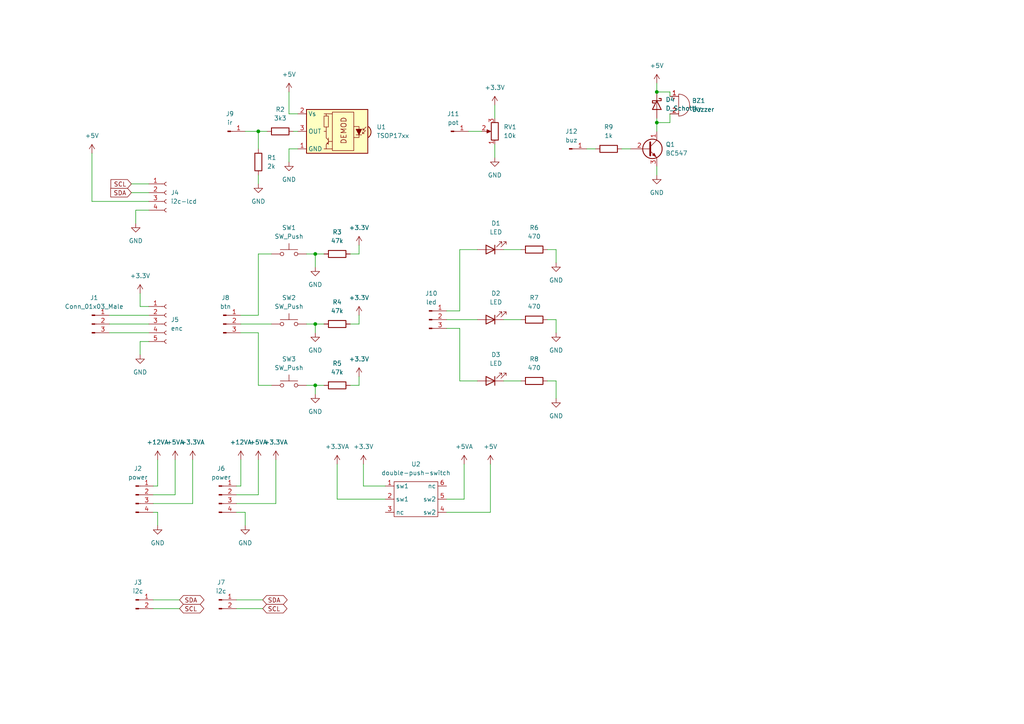
<source format=kicad_sch>
(kicad_sch (version 20211123) (generator eeschema)
  (paper "A4")
  (lib_symbols
    (symbol "Connector:Conn_01x01_Male" (pin_names (offset 1.016) hide)
      (property "Reference" "J" (at 0 2.54 0))
      (property "Value" "Conn_01x01_Male" (at 0 -2.54 0))
      (symbol "Conn_01x01_Male_1_1"
        (polyline (pts (xy 1.27 0) (xy 0.8636 0)) (stroke (width 0.1524)))
        (rectangle (start 0.8636 0.127) (end 0 -0.127) (stroke (width 0.1524)) (fill (type outline)))
        (pin passive line (at 5.08 0 180) (length 3.81) (name "Pin_1") (number "1"))
      )
    )
    (symbol "Connector:Conn_01x02_Male" (pin_names (offset 1.016) hide)
      (property "Reference" "J" (at 0 2.54 0))
      (property "Value" "Conn_01x02_Male" (at 0 -5.08 0))
      (symbol "Conn_01x02_Male_1_1"
        (polyline (pts (xy 1.27 -2.54) (xy 0.8636 -2.54)) (stroke (width 0.1524)))
        (polyline (pts (xy 1.27 0) (xy 0.8636 0)) (stroke (width 0.1524)))
        (rectangle (start 0.8636 -2.413) (end 0 -2.667) (stroke (width 0.1524)) (fill (type outline)))
        (rectangle (start 0.8636 0.127) (end 0 -0.127) (stroke (width 0.1524)) (fill (type outline)))
        (pin passive line (at 5.08 0 180) (length 3.81) (name "Pin_1") (number "1"))
        (pin passive line (at 5.08 -2.54 180) (length 3.81) (name "Pin_2") (number "2"))
      )
    )
    (symbol "Connector:Conn_01x03_Male" (pin_names (offset 1.016) hide)
      (property "Reference" "J" (at 0 5.08 0))
      (property "Value" "Conn_01x03_Male" (at 0 -5.08 0))
      (symbol "Conn_01x03_Male_1_1"
        (polyline (pts (xy 1.27 -2.54) (xy 0.8636 -2.54)) (stroke (width 0.1524)))
        (polyline (pts (xy 1.27 0) (xy 0.8636 0)) (stroke (width 0.1524)))
        (polyline (pts (xy 1.27 2.54) (xy 0.8636 2.54)) (stroke (width 0.1524)))
        (rectangle (start 0.8636 -2.413) (end 0 -2.667) (stroke (width 0.1524)) (fill (type outline)))
        (rectangle (start 0.8636 0.127) (end 0 -0.127) (stroke (width 0.1524)) (fill (type outline)))
        (rectangle (start 0.8636 2.667) (end 0 2.413) (stroke (width 0.1524)) (fill (type outline)))
        (pin passive line (at 5.08 2.54 180) (length 3.81) (name "Pin_1") (number "1"))
        (pin passive line (at 5.08 0 180) (length 3.81) (name "Pin_2") (number "2"))
        (pin passive line (at 5.08 -2.54 180) (length 3.81) (name "Pin_3") (number "3"))
      )
    )
    (symbol "Connector:Conn_01x04_Female" (pin_names (offset 1.016) hide)
      (property "Reference" "J" (at 0 5.08 0))
      (property "Value" "Conn_01x04_Female" (at 0 -7.62 0))
      (symbol "Conn_01x04_Female_1_1"
        (arc (start 0 -4.572) (mid -0.508 -5.08) (end 0 -5.588) (stroke (width 0.1524)))
        (arc (start 0 -2.032) (mid -0.508 -2.54) (end 0 -3.048) (stroke (width 0.1524)))
        (polyline (pts (xy -1.27 -5.08) (xy -0.508 -5.08)) (stroke (width 0.1524)))
        (polyline (pts (xy -1.27 -2.54) (xy -0.508 -2.54)) (stroke (width 0.1524)))
        (polyline (pts (xy -1.27 0) (xy -0.508 0)) (stroke (width 0.1524)))
        (polyline (pts (xy -1.27 2.54) (xy -0.508 2.54)) (stroke (width 0.1524)))
        (arc (start 0 0.508) (mid -0.508 0) (end 0 -0.508) (stroke (width 0.1524)))
        (arc (start 0 3.048) (mid -0.508 2.54) (end 0 2.032) (stroke (width 0.1524)))
        (pin passive line (at -5.08 2.54 0) (length 3.81) (name "Pin_1") (number "1"))
        (pin passive line (at -5.08 0 0) (length 3.81) (name "Pin_2") (number "2"))
        (pin passive line (at -5.08 -2.54 0) (length 3.81) (name "Pin_3") (number "3"))
        (pin passive line (at -5.08 -5.08 0) (length 3.81) (name "Pin_4") (number "4"))
      )
    )
    (symbol "Connector:Conn_01x04_Male" (pin_names (offset 1.016) hide)
      (property "Reference" "J" (at 0 5.08 0))
      (property "Value" "Conn_01x04_Male" (at 0 -7.62 0))
      (symbol "Conn_01x04_Male_1_1"
        (polyline (pts (xy 1.27 -5.08) (xy 0.8636 -5.08)) (stroke (width 0.1524)))
        (polyline (pts (xy 1.27 -2.54) (xy 0.8636 -2.54)) (stroke (width 0.1524)))
        (polyline (pts (xy 1.27 0) (xy 0.8636 0)) (stroke (width 0.1524)))
        (polyline (pts (xy 1.27 2.54) (xy 0.8636 2.54)) (stroke (width 0.1524)))
        (rectangle (start 0.8636 -4.953) (end 0 -5.207) (stroke (width 0.1524)) (fill (type outline)))
        (rectangle (start 0.8636 -2.413) (end 0 -2.667) (stroke (width 0.1524)) (fill (type outline)))
        (rectangle (start 0.8636 0.127) (end 0 -0.127) (stroke (width 0.1524)) (fill (type outline)))
        (rectangle (start 0.8636 2.667) (end 0 2.413) (stroke (width 0.1524)) (fill (type outline)))
        (pin passive line (at 5.08 2.54 180) (length 3.81) (name "Pin_1") (number "1"))
        (pin passive line (at 5.08 0 180) (length 3.81) (name "Pin_2") (number "2"))
        (pin passive line (at 5.08 -2.54 180) (length 3.81) (name "Pin_3") (number "3"))
        (pin passive line (at 5.08 -5.08 180) (length 3.81) (name "Pin_4") (number "4"))
      )
    )
    (symbol "Connector:Conn_01x05_Female" (pin_names (offset 1.016) hide)
      (property "Reference" "J" (at 0 7.62 0))
      (property "Value" "Conn_01x05_Female" (at 0 -7.62 0))
      (symbol "Conn_01x05_Female_1_1"
        (arc (start 0 -4.572) (mid -0.508 -5.08) (end 0 -5.588) (stroke (width 0.1524)))
        (arc (start 0 -2.032) (mid -0.508 -2.54) (end 0 -3.048) (stroke (width 0.1524)))
        (polyline (pts (xy -1.27 -5.08) (xy -0.508 -5.08)) (stroke (width 0.1524)))
        (polyline (pts (xy -1.27 -2.54) (xy -0.508 -2.54)) (stroke (width 0.1524)))
        (polyline (pts (xy -1.27 0) (xy -0.508 0)) (stroke (width 0.1524)))
        (polyline (pts (xy -1.27 2.54) (xy -0.508 2.54)) (stroke (width 0.1524)))
        (polyline (pts (xy -1.27 5.08) (xy -0.508 5.08)) (stroke (width 0.1524)))
        (arc (start 0 0.508) (mid -0.508 0) (end 0 -0.508) (stroke (width 0.1524)))
        (arc (start 0 3.048) (mid -0.508 2.54) (end 0 2.032) (stroke (width 0.1524)))
        (arc (start 0 5.588) (mid -0.508 5.08) (end 0 4.572) (stroke (width 0.1524)))
        (pin passive line (at -5.08 5.08 0) (length 3.81) (name "Pin_1") (number "1"))
        (pin passive line (at -5.08 2.54 0) (length 3.81) (name "Pin_2") (number "2"))
        (pin passive line (at -5.08 0 0) (length 3.81) (name "Pin_3") (number "3"))
        (pin passive line (at -5.08 -2.54 0) (length 3.81) (name "Pin_4") (number "4"))
        (pin passive line (at -5.08 -5.08 0) (length 3.81) (name "Pin_5") (number "5"))
      )
    )
    (symbol "Device:Buzzer" (pin_names (offset 0.0254) hide)
      (property "Reference" "BZ" (at 3.81 1.27 0))
      (property "Value" "Buzzer" (at 3.81 -1.27 0))
      (symbol "Buzzer_0_1"
        (arc (start 0 -3.175) (mid 3.175 0) (end 0 3.175))
        (polyline (pts (xy -1.651 1.905) (xy -1.143 1.905)))
        (polyline (pts (xy -1.397 2.159) (xy -1.397 1.651)))
        (polyline (pts (xy 0 3.175) (xy 0 -3.175)))
      )
      (symbol "Buzzer_1_1"
        (pin passive line (at -2.54 2.54 0) (length 2.54) (name "-") (number "1"))
        (pin passive line (at -2.54 -2.54 0) (length 2.54) (name "+") (number "2"))
      )
    )
    (symbol "Device:D_Schottky" (pin_numbers hide) (pin_names (offset 1.016) hide)
      (property "Reference" "D" (at 0 2.54 0))
      (property "Value" "D_Schottky" (at 0 -2.54 0))
      (symbol "D_Schottky_0_1"
        (polyline (pts (xy 1.27 0) (xy -1.27 0)))
        (polyline (pts (xy 1.27 1.27) (xy 1.27 -1.27) (xy -1.27 0) (xy 1.27 1.27)) (stroke (width 0.254)))
        (polyline (pts (xy -1.905 0.635) (xy -1.905 1.27) (xy -1.27 1.27) (xy -1.27 -1.27) (xy -0.635 -1.27) (xy -0.635 -0.635)) (stroke (width 0.254)))
      )
      (symbol "D_Schottky_1_1"
        (pin passive line (at -3.81 0 0) (length 2.54) (name "K") (number "1"))
        (pin passive line (at 3.81 0 180) (length 2.54) (name "A") (number "2"))
      )
    )
    (symbol "Device:LED" (pin_numbers hide) (pin_names (offset 1.016) hide)
      (property "Reference" "D" (at 0 2.54 0))
      (property "Value" "LED" (at 0 -2.54 0))
      (symbol "LED_0_1"
        (polyline (pts (xy -1.27 -1.27) (xy -1.27 1.27)) (stroke (width 0.254)))
        (polyline (pts (xy -1.27 0) (xy 1.27 0)))
        (polyline (pts (xy 1.27 -1.27) (xy 1.27 1.27) (xy -1.27 0) (xy 1.27 -1.27)) (stroke (width 0.254)))
        (polyline (pts (xy -3.048 -0.762) (xy -4.572 -2.286) (xy -3.81 -2.286) (xy -4.572 -2.286) (xy -4.572 -1.524)))
        (polyline (pts (xy -1.778 -0.762) (xy -3.302 -2.286) (xy -2.54 -2.286) (xy -3.302 -2.286) (xy -3.302 -1.524)))
      )
      (symbol "LED_1_1"
        (pin passive line (at -3.81 0 0) (length 2.54) (name "K") (number "1"))
        (pin passive line (at 3.81 0 180) (length 2.54) (name "A") (number "2"))
      )
    )
    (symbol "Device:R" (pin_numbers hide) (pin_names (offset 0))
      (property "Reference" "R" (at 2.032 0 90))
      (property "Value" "R" (at 0 0 90))
      (symbol "R_0_1"
        (rectangle (start -1.016 -2.54) (end 1.016 2.54) (stroke (width 0.254)))
      )
      (symbol "R_1_1"
        (pin passive line (at 0 3.81 270) (length 1.27) (name "~") (number "1"))
        (pin passive line (at 0 -3.81 90) (length 1.27) (name "~") (number "2"))
      )
    )
    (symbol "Device:R_Potentiometer" (pin_names (offset 1.016) hide)
      (property "Reference" "RV" (at -4.445 0 90))
      (property "Value" "R_Potentiometer" (at -2.54 0 90))
      (symbol "R_Potentiometer_0_1"
        (polyline (pts (xy 2.54 0) (xy 1.524 0)))
        (polyline (pts (xy 1.143 0) (xy 2.286 0.508) (xy 2.286 -0.508) (xy 1.143 0)) (fill (type outline)))
        (rectangle (start 1.016 2.54) (end -1.016 -2.54) (stroke (width 0.254)))
      )
      (symbol "R_Potentiometer_1_1"
        (pin passive line (at 0 3.81 270) (length 1.27) (name "1") (number "1"))
        (pin passive line (at 3.81 0 180) (length 1.27) (name "2") (number "2"))
        (pin passive line (at 0 -3.81 90) (length 1.27) (name "3") (number "3"))
      )
    )
    (symbol "Interface_Optical:TSOP17xx"
      (property "Reference" "U" (at -10.16 7.62 0))
      (property "Value" "TSOP17xx" (at -10.16 -7.62 0))
      (symbol "TSOP17xx_0_0"
        (arc (start -10.287 1.397) (mid -11.0899 -0.1852) (end -10.287 -1.778) (stroke (width 0.254)) (fill (type background)))
        (polyline (pts (xy 1.905 -5.08) (xy 0.127 -5.08)))
        (polyline (pts (xy 1.905 5.08) (xy 0.127 5.08)))
        (text "DEMOD" (at -3.175 0.254 900) (effects (font (size 1.524 1.524))))
      )
      (symbol "TSOP17xx_0_1"
        (rectangle (start -6.096 5.588) (end 0.127 -5.588))
        (polyline (pts (xy -8.763 0.381) (xy -9.652 1.27)))
        (polyline (pts (xy -8.763 0.381) (xy -9.271 0.381)))
        (polyline (pts (xy -8.763 0.381) (xy -8.763 0.889)))
        (polyline (pts (xy -8.636 -0.635) (xy -9.525 0.254)))
        (polyline (pts (xy -8.636 -0.635) (xy -9.144 -0.635)))
        (polyline (pts (xy -8.636 -0.635) (xy -8.636 -0.127)))
        (polyline (pts (xy -8.382 -1.016) (xy -6.731 -1.016)))
        (polyline (pts (xy 1.27 -2.921) (xy 0.127 -2.921)))
        (polyline (pts (xy 1.27 -1.905) (xy 1.27 -3.81)))
        (polyline (pts (xy 1.397 -3.556) (xy 1.524 -3.556)))
        (polyline (pts (xy 1.651 -3.556) (xy 1.524 -3.556)))
        (polyline (pts (xy 1.651 -3.556) (xy 1.651 -3.302)))
        (polyline (pts (xy 1.905 0) (xy 1.905 1.27)))
        (polyline (pts (xy 1.905 4.445) (xy 1.905 5.08) (xy 2.54 5.08)))
        (polyline (pts (xy -8.382 0.635) (xy -6.731 0.635) (xy -7.62 -1.016) (xy -8.382 0.635)) (fill (type outline)))
        (polyline (pts (xy -6.096 1.397) (xy -7.62 1.397) (xy -7.62 -1.778) (xy -6.096 -1.778)))
        (polyline (pts (xy 1.27 -3.175) (xy 1.905 -3.81) (xy 1.905 -5.08) (xy 2.54 -5.08)))
        (polyline (pts (xy 1.27 -2.54) (xy 1.905 -1.905) (xy 1.905 0) (xy 2.54 0)))
        (rectangle (start 2.54 1.27) (end 1.27 4.445))
        (rectangle (start 7.62 6.35) (end -10.16 -6.35) (stroke (width 0.254)) (fill (type background)))
      )
      (symbol "TSOP17xx_1_1"
        (pin power_in line (at 10.16 -5.08 180) (length 2.54) (name "GND") (number "1"))
        (pin power_in line (at 10.16 5.08 180) (length 2.54) (name "Vs") (number "2"))
        (pin output line (at 10.16 0 180) (length 2.54) (name "OUT") (number "3"))
      )
    )
    (symbol "My_Library:double-push-switch"
      (property "Reference" "U" (at 0 0 0))
      (property "Value" "double-push-switch" (at 0 8.89 0))
      (symbol "double-push-switch_0_1"
        (rectangle (start -6.35 5.08) (end 6.35 -5.08))
      )
      (symbol "double-push-switch_1_1"
        (pin power_out line (at -8.89 3.81 0) (length 2.54) (name "sw1") (number "1"))
        (pin power_in line (at -8.89 0 0) (length 2.54) (name "sw1") (number "2"))
        (pin free line (at -8.89 -3.81 0) (length 2.54) (name "nc") (number "3"))
        (pin power_out line (at 8.89 -3.81 180) (length 2.54) (name "sw2") (number "4"))
        (pin power_in line (at 8.89 0 180) (length 2.54) (name "sw2") (number "5"))
        (pin free line (at 8.89 3.81 180) (length 2.54) (name "nc") (number "6"))
      )
    )
    (symbol "Switch:SW_Push" (pin_numbers hide) (pin_names (offset 1.016) hide)
      (property "Reference" "SW" (at 1.27 2.54 0))
      (property "Value" "SW_Push" (at 0 -1.524 0))
      (symbol "SW_Push_0_1"
        (circle (center -2.032 0) (radius 0.508))
        (polyline (pts (xy 0 1.27) (xy 0 3.048)))
        (polyline (pts (xy 2.54 1.27) (xy -2.54 1.27)))
        (circle (center 2.032 0) (radius 0.508))
        (pin passive line (at -5.08 0 0) (length 2.54) (name "1") (number "1"))
        (pin passive line (at 5.08 0 180) (length 2.54) (name "2") (number "2"))
      )
    )
    (symbol "Transistor_BJT:BC547" (pin_names (offset 0) hide)
      (property "Reference" "Q" (at 5.08 1.905 0))
      (property "Value" "BC547" (at 5.08 0 0))
      (symbol "BC547_0_1"
        (polyline (pts (xy 0 0) (xy 0.635 0)))
        (polyline (pts (xy 0.635 0.635) (xy 2.54 2.54)))
        (polyline (pts (xy 0.635 -0.635) (xy 2.54 -2.54) (xy 2.54 -2.54)))
        (polyline (pts (xy 0.635 1.905) (xy 0.635 -1.905) (xy 0.635 -1.905)) (stroke (width 0.508)))
        (polyline (pts (xy 1.27 -1.778) (xy 1.778 -1.27) (xy 2.286 -2.286) (xy 1.27 -1.778) (xy 1.27 -1.778)) (fill (type outline)))
        (circle (center 1.27 0) (radius 2.8194) (stroke (width 0.254)))
      )
      (symbol "BC547_1_1"
        (pin passive line (at 2.54 5.08 270) (length 2.54) (name "C") (number "1"))
        (pin input line (at -5.08 0 0) (length 5.08) (name "B") (number "2"))
        (pin passive line (at 2.54 -5.08 90) (length 2.54) (name "E") (number "3"))
      )
    )
    (symbol "power:+12VA" (power) (pin_names (offset 0))
      (property "Value" "+12VA" (at 0 3.556 0))
      (symbol "+12VA_0_1"
        (polyline (pts (xy -0.762 1.27) (xy 0 2.54)))
        (polyline (pts (xy 0 0) (xy 0 2.54)))
        (polyline (pts (xy 0 2.54) (xy 0.762 1.27)))
      )
      (symbol "+12VA_1_1"
        (pin power_in line (at 0 0 90) (length 0) hide (name "+12VA") (number "1"))
      )
    )
    (symbol "power:+3.3V" (power) (pin_names (offset 0))
      (property "Value" "+3.3V" (at 0 3.556 0))
      (symbol "+3.3V_0_1"
        (polyline (pts (xy -0.762 1.27) (xy 0 2.54)))
        (polyline (pts (xy 0 0) (xy 0 2.54)))
        (polyline (pts (xy 0 2.54) (xy 0.762 1.27)))
      )
      (symbol "+3.3V_1_1"
        (pin power_in line (at 0 0 90) (length 0) hide (name "+3.3V") (number "1"))
      )
    )
    (symbol "power:+3.3VA" (power) (pin_names (offset 0))
      (property "Value" "+3.3VA" (at 0 3.556 0))
      (symbol "+3.3VA_0_1"
        (polyline (pts (xy -0.762 1.27) (xy 0 2.54)))
        (polyline (pts (xy 0 0) (xy 0 2.54)))
        (polyline (pts (xy 0 2.54) (xy 0.762 1.27)))
      )
      (symbol "+3.3VA_1_1"
        (pin power_in line (at 0 0 90) (length 0) hide (name "+3.3VA") (number "1"))
      )
    )
    (symbol "power:+5V" (power) (pin_names (offset 0))
      (property "Value" "+5V" (at 0 3.556 0))
      (symbol "+5V_0_1"
        (polyline (pts (xy -0.762 1.27) (xy 0 2.54)))
        (polyline (pts (xy 0 0) (xy 0 2.54)))
        (polyline (pts (xy 0 2.54) (xy 0.762 1.27)))
      )
      (symbol "+5V_1_1"
        (pin power_in line (at 0 0 90) (length 0) hide (name "+5V") (number "1"))
      )
    )
    (symbol "power:+5VA" (power) (pin_names (offset 0))
      (property "Value" "+5VA" (at 0 3.556 0))
      (symbol "+5VA_0_1"
        (polyline (pts (xy -0.762 1.27) (xy 0 2.54)))
        (polyline (pts (xy 0 0) (xy 0 2.54)))
        (polyline (pts (xy 0 2.54) (xy 0.762 1.27)))
      )
      (symbol "+5VA_1_1"
        (pin power_in line (at 0 0 90) (length 0) hide (name "+5VA") (number "1"))
      )
    )
    (symbol "power:GND" (power) (pin_names (offset 0))
      (property "Value" "GND" (at 0 -3.81 0))
      (symbol "GND_0_1"
        (polyline (pts (xy 0 0) (xy 0 -1.27) (xy 1.27 -1.27) (xy 0 -2.54) (xy -1.27 -1.27) (xy 0 -1.27)))
      )
      (symbol "GND_1_1"
        (pin power_in line (at 0 0 270) (length 0) hide (name "GND") (number "1"))
      )
    )
  )
  (junction (at 91.44 111.76))
  (junction (at 190.5 26.67))
  (junction (at 91.44 73.66))
  (junction (at 91.44 93.98))
  (junction (at 190.5 35.56))
  (junction (at 74.93 38.1))
  (wire (pts (xy 68.58 176.53) (xy 76.2 176.53)))
  (wire (pts (xy 68.58 148.59) (xy 71.12 148.59)))
  (wire (pts (xy 129.54 148.59) (xy 142.24 148.59)))
  (wire (pts (xy 88.9 93.98) (xy 91.44 93.98)))
  (wire (pts (xy 44.45 143.51) (xy 50.8 143.51)))
  (wire (pts (xy 142.24 148.59) (xy 142.24 134.62)))
  (wire (pts (xy 101.6 111.76) (xy 104.14 111.76)))
  (wire (pts (xy 44.45 148.59) (xy 45.72 148.59)))
  (wire (pts (xy 45.72 148.59) (xy 45.72 152.4)))
  (wire (pts (xy 86.36 43.18) (xy 83.82 43.18)))
  (wire (pts (xy 170.18 43.18) (xy 172.72 43.18)))
  (wire (pts (xy 39.37 60.96) (xy 39.37 64.77)))
  (wire (pts (xy 133.35 110.49) (xy 138.43 110.49)))
  (wire (pts (xy 68.58 140.97) (xy 69.85 140.97)))
  (wire (pts (xy 135.89 38.1) (xy 139.7 38.1)))
  (wire (pts (xy 45.72 140.97) (xy 44.45 140.97)))
  (wire (pts (xy 88.9 111.76) (xy 91.44 111.76)))
  (wire (pts (xy 40.64 99.06) (xy 40.64 102.87)))
  (wire (pts (xy 158.75 110.49) (xy 161.29 110.49)))
  (wire (pts (xy 91.44 73.66) (xy 93.98 73.66)))
  (wire (pts (xy 43.18 99.06) (xy 40.64 99.06)))
  (wire (pts (xy 68.58 143.51) (xy 74.93 143.51)))
  (wire (pts (xy 111.76 144.78) (xy 97.79 144.78)))
  (wire (pts (xy 194.31 27.94) (xy 194.31 26.67)))
  (wire (pts (xy 161.29 92.71) (xy 161.29 96.52)))
  (wire (pts (xy 146.05 92.71) (xy 151.13 92.71)))
  (wire (pts (xy 38.1 53.34) (xy 43.18 53.34)))
  (wire (pts (xy 69.85 93.98) (xy 78.74 93.98)))
  (wire (pts (xy 74.93 73.66) (xy 74.93 91.44)))
  (wire (pts (xy 31.75 91.44) (xy 43.18 91.44)))
  (wire (pts (xy 104.14 93.98) (xy 104.14 91.44)))
  (wire (pts (xy 69.85 96.52) (xy 74.93 96.52)))
  (wire (pts (xy 134.62 134.62) (xy 134.62 144.78)))
  (wire (pts (xy 26.67 58.42) (xy 43.18 58.42)))
  (wire (pts (xy 161.29 72.39) (xy 161.29 76.2)))
  (wire (pts (xy 74.93 91.44) (xy 69.85 91.44)))
  (wire (pts (xy 40.64 85.09) (xy 40.64 88.9)))
  (wire (pts (xy 83.82 43.18) (xy 83.82 46.99)))
  (wire (pts (xy 104.14 73.66) (xy 104.14 71.12)))
  (wire (pts (xy 68.58 146.05) (xy 80.01 146.05)))
  (wire (pts (xy 91.44 93.98) (xy 91.44 96.52)))
  (wire (pts (xy 31.75 93.98) (xy 43.18 93.98)))
  (wire (pts (xy 105.41 134.62) (xy 105.41 140.97)))
  (wire (pts (xy 190.5 48.26) (xy 190.5 50.8)))
  (wire (pts (xy 190.5 24.13) (xy 190.5 26.67)))
  (wire (pts (xy 194.31 33.02) (xy 194.31 35.56)))
  (wire (pts (xy 133.35 72.39) (xy 138.43 72.39)))
  (wire (pts (xy 190.5 35.56) (xy 190.5 38.1)))
  (wire (pts (xy 71.12 148.59) (xy 71.12 152.4)))
  (wire (pts (xy 55.88 146.05) (xy 55.88 133.35)))
  (wire (pts (xy 43.18 60.96) (xy 39.37 60.96)))
  (wire (pts (xy 74.93 111.76) (xy 78.74 111.76)))
  (wire (pts (xy 97.79 144.78) (xy 97.79 134.62)))
  (wire (pts (xy 101.6 93.98) (xy 104.14 93.98)))
  (wire (pts (xy 74.93 143.51) (xy 74.93 133.35)))
  (wire (pts (xy 69.85 140.97) (xy 69.85 133.35)))
  (wire (pts (xy 133.35 95.25) (xy 133.35 110.49)))
  (wire (pts (xy 194.31 26.67) (xy 190.5 26.67)))
  (wire (pts (xy 91.44 111.76) (xy 91.44 114.3)))
  (wire (pts (xy 134.62 144.78) (xy 129.54 144.78)))
  (wire (pts (xy 129.54 92.71) (xy 138.43 92.71)))
  (wire (pts (xy 143.51 30.48) (xy 143.51 34.29)))
  (wire (pts (xy 85.09 38.1) (xy 86.36 38.1)))
  (wire (pts (xy 50.8 143.51) (xy 50.8 133.35)))
  (wire (pts (xy 74.93 96.52) (xy 74.93 111.76)))
  (wire (pts (xy 74.93 50.8) (xy 74.93 53.34)))
  (wire (pts (xy 44.45 173.99) (xy 52.07 173.99)))
  (wire (pts (xy 78.74 73.66) (xy 74.93 73.66)))
  (wire (pts (xy 74.93 38.1) (xy 77.47 38.1)))
  (wire (pts (xy 143.51 41.91) (xy 143.51 45.72)))
  (wire (pts (xy 74.93 38.1) (xy 74.93 43.18)))
  (wire (pts (xy 190.5 34.29) (xy 190.5 35.56)))
  (wire (pts (xy 146.05 110.49) (xy 151.13 110.49)))
  (wire (pts (xy 40.64 88.9) (xy 43.18 88.9)))
  (wire (pts (xy 44.45 176.53) (xy 52.07 176.53)))
  (wire (pts (xy 45.72 133.35) (xy 45.72 140.97)))
  (wire (pts (xy 26.67 44.45) (xy 26.67 58.42)))
  (wire (pts (xy 31.75 96.52) (xy 43.18 96.52)))
  (wire (pts (xy 129.54 90.17) (xy 133.35 90.17)))
  (wire (pts (xy 83.82 33.02) (xy 86.36 33.02)))
  (wire (pts (xy 101.6 73.66) (xy 104.14 73.66)))
  (wire (pts (xy 133.35 90.17) (xy 133.35 72.39)))
  (wire (pts (xy 91.44 73.66) (xy 91.44 77.47)))
  (wire (pts (xy 68.58 173.99) (xy 76.2 173.99)))
  (wire (pts (xy 158.75 72.39) (xy 161.29 72.39)))
  (wire (pts (xy 194.31 35.56) (xy 190.5 35.56)))
  (wire (pts (xy 91.44 111.76) (xy 93.98 111.76)))
  (wire (pts (xy 180.34 43.18) (xy 182.88 43.18)))
  (wire (pts (xy 80.01 146.05) (xy 80.01 133.35)))
  (wire (pts (xy 71.12 38.1) (xy 74.93 38.1)))
  (wire (pts (xy 158.75 92.71) (xy 161.29 92.71)))
  (wire (pts (xy 161.29 110.49) (xy 161.29 115.57)))
  (wire (pts (xy 129.54 95.25) (xy 133.35 95.25)))
  (wire (pts (xy 44.45 146.05) (xy 55.88 146.05)))
  (wire (pts (xy 105.41 140.97) (xy 111.76 140.97)))
  (wire (pts (xy 91.44 93.98) (xy 93.98 93.98)))
  (wire (pts (xy 88.9 73.66) (xy 91.44 73.66)))
  (wire (pts (xy 104.14 111.76) (xy 104.14 109.22)))
  (wire (pts (xy 83.82 26.67) (xy 83.82 33.02)))
  (wire (pts (xy 146.05 72.39) (xy 151.13 72.39)))
  (wire (pts (xy 38.1 55.88) (xy 43.18 55.88)))
  (global_label "SDA" (shape bidirectional) (at 76.2 173.99 0) (property "Intersheet References" "${INTERSHEET_REFS}" (effects hide)))
  (global_label "SCL" (shape bidirectional) (at 52.07 176.53 0) (property "Intersheet References" "${INTERSHEET_REFS}" (effects hide)))
  (global_label "SDA" (shape input) (at 38.1 55.88 180) (property "Intersheet References" "${INTERSHEET_REFS}" (effects hide)))
  (global_label "SCL" (shape input) (at 38.1 53.34 180) (property "Intersheet References" "${INTERSHEET_REFS}" (effects hide)))
  (global_label "SCL" (shape bidirectional) (at 76.2 176.53 0) (property "Intersheet References" "${INTERSHEET_REFS}" (effects hide)))
  (global_label "SDA" (shape bidirectional) (at 52.07 173.99 0) (property "Intersheet References" "${INTERSHEET_REFS}" (effects hide)))
  (symbol (lib_id "Connector:Conn_01x03_Male") (at 26.67 93.98 0) (unit 1)
    (property "Reference" "J1" (at 27.305 86.36 0))
    (property "Value" "Conn_01x03_Male" (at 27.305 88.9 0))
    (property "Footprint" "Connector_PinHeader_2.54mm:PinHeader_1x03_P2.54mm_Vertical" (effects hide))
  )
  (symbol (lib_id "power:+3.3VA") (at 55.88 133.35 0) (unit 1)
    (property "Reference" "#PWR0102" (effects hide))
    (property "Value" "+3.3VA" (at 55.88 128.27 0))
  )
  (symbol (lib_id "Device:R") (at 97.79 111.76 90) (unit 1)
    (property "Reference" "R5" (at 97.79 105.41 90))
    (property "Value" "47k" (at 97.79 107.95 90))
    (property "Footprint" "Resistor_SMD:R_1206_3216Metric" (effects hide))
  )
  (symbol (lib_id "Device:R_Potentiometer") (at 143.51 38.1 180) (unit 1)
    (property "Reference" "RV1" (at 146.05 36.8299 0) (effects (justify right)))
    (property "Value" "10k" (at 146.05 39.3699 0) (effects (justify right)))
    (property "Footprint" "Potentiometer_THT:Potentiometer_Alps_RK163_Single_Horizontal" (effects hide))
  )
  (symbol (lib_id "Connector:Conn_01x04_Female") (at 48.26 55.88 0) (unit 1)
    (property "Reference" "J4" (at 49.53 55.8799 0) (effects (justify left)))
    (property "Value" "i2c-lcd" (at 49.53 58.4199 0) (effects (justify left)))
    (property "Footprint" "Connector_PinSocket_2.54mm:PinSocket_1x04_P2.54mm_Vertical" (effects hide))
  )
  (symbol (lib_id "power:GND") (at 39.37 64.77 0) (unit 1)
    (property "Reference" "#PWR0114" (effects hide))
    (property "Value" "GND" (at 39.37 69.85 0))
  )
  (symbol (lib_id "power:+5VA") (at 50.8 133.35 0) (unit 1)
    (property "Reference" "#PWR0101" (effects hide))
    (property "Value" "+5VA" (at 50.8 128.27 0))
  )
  (symbol (lib_id "Switch:SW_Push") (at 83.82 93.98 0) (unit 1)
    (property "Reference" "SW2" (at 83.82 86.36 0))
    (property "Value" "SW_Push" (at 83.82 88.9 0))
    (property "Footprint" "Button_Switch_THT:SW_PUSH-12mm" (effects hide))
  )
  (symbol (lib_id "Device:R") (at 176.53 43.18 90) (unit 1)
    (property "Reference" "R9" (at 176.53 36.83 90))
    (property "Value" "1k" (at 176.53 39.37 90))
    (property "Footprint" "Resistor_SMD:R_1206_3216Metric" (effects hide))
  )
  (symbol (lib_id "power:+5V") (at 190.5 24.13 0) (unit 1)
    (property "Reference" "#PWR0132" (effects hide))
    (property "Value" "+5V" (at 190.5 19.05 0))
  )
  (symbol (lib_id "power:+3.3V") (at 143.51 30.48 0) (unit 1)
    (property "Reference" "#PWR0130" (effects hide))
    (property "Value" "+3.3V" (at 143.51 25.4 0))
  )
  (symbol (lib_id "power:+3.3V") (at 104.14 71.12 0) (unit 1)
    (property "Reference" "#PWR0111" (effects hide))
    (property "Value" "+3.3V" (at 104.14 66.04 0))
  )
  (symbol (lib_id "Switch:SW_Push") (at 83.82 73.66 0) (unit 1)
    (property "Reference" "SW1" (at 83.82 66.04 0))
    (property "Value" "SW_Push" (at 83.82 68.58 0))
    (property "Footprint" "Button_Switch_THT:SW_PUSH-12mm" (effects hide))
  )
  (symbol (lib_id "power:+3.3V") (at 104.14 91.44 0) (unit 1)
    (property "Reference" "#PWR0108" (effects hide))
    (property "Value" "+3.3V" (at 104.14 86.36 0))
  )
  (symbol (lib_id "power:+5V") (at 142.24 134.62 0) (unit 1)
    (property "Reference" "#PWR0124" (effects hide))
    (property "Value" "+5V" (at 142.24 129.54 0))
  )
  (symbol (lib_id "power:GND") (at 45.72 152.4 0) (unit 1)
    (property "Reference" "#PWR0105" (effects hide))
    (property "Value" "GND" (at 45.72 157.48 0))
  )
  (symbol (lib_id "Device:R") (at 81.28 38.1 90) (unit 1)
    (property "Reference" "R2" (at 81.28 31.75 90))
    (property "Value" "3k3" (at 81.28 34.29 90))
    (property "Footprint" "Resistor_SMD:R_1206_3216Metric" (effects hide))
  )
  (symbol (lib_id "Device:R") (at 154.94 110.49 90) (unit 1)
    (property "Reference" "R8" (at 154.94 104.14 90))
    (property "Value" "470" (at 154.94 106.68 90))
    (property "Footprint" "Resistor_SMD:R_1206_3216Metric" (effects hide))
  )
  (symbol (lib_id "power:GND") (at 71.12 152.4 0) (unit 1)
    (property "Reference" "#PWR0104" (effects hide))
    (property "Value" "GND" (at 71.12 157.48 0))
  )
  (symbol (lib_id "Connector:Conn_01x01_Male") (at 165.1 43.18 0) (unit 1)
    (property "Reference" "J12" (at 165.735 38.1 0))
    (property "Value" "buz" (at 165.735 40.64 0))
    (property "Footprint" "Connector_PinHeader_2.54mm:PinHeader_1x01_P2.54mm_Vertical" (effects hide))
  )
  (symbol (lib_id "Connector:Conn_01x04_Male") (at 39.37 143.51 0) (unit 1)
    (property "Reference" "J2" (at 40.005 135.89 0))
    (property "Value" "power" (at 40.005 138.43 0))
    (property "Footprint" "TerminalBlock:TerminalBlock_bornier-4_P5.08mm" (effects hide))
  )
  (symbol (lib_id "power:+12VA") (at 69.85 133.35 0) (unit 1)
    (property "Reference" "#PWR0118" (effects hide))
    (property "Value" "+12VA" (at 69.85 128.27 0))
  )
  (symbol (lib_id "power:GND") (at 91.44 114.3 0) (unit 1)
    (property "Reference" "#PWR0120" (effects hide))
    (property "Value" "GND" (at 91.44 119.38 0))
  )
  (symbol (lib_id "power:GND") (at 190.5 50.8 0) (unit 1)
    (property "Reference" "#PWR0131" (effects hide))
    (property "Value" "GND" (at 190.5 55.88 0))
  )
  (symbol (lib_id "power:+3.3V") (at 40.64 85.09 0) (unit 1)
    (property "Reference" "#PWR0115" (effects hide))
    (property "Value" "+3.3V" (at 40.64 80.01 0))
  )
  (symbol (lib_id "power:+5VA") (at 74.93 133.35 0) (unit 1)
    (property "Reference" "#PWR0119" (effects hide))
    (property "Value" "+5VA" (at 74.93 128.27 0))
  )
  (symbol (lib_id "Connector:Conn_01x01_Male") (at 130.81 38.1 0) (unit 1)
    (property "Reference" "J11" (at 131.445 33.02 0))
    (property "Value" "pot" (at 131.445 35.56 0))
    (property "Footprint" "Connector_PinHeader_2.54mm:PinHeader_1x01_P2.54mm_Vertical" (effects hide))
  )
  (symbol (lib_id "power:GND") (at 74.93 53.34 0) (unit 1)
    (property "Reference" "#PWR0112" (effects hide))
    (property "Value" "GND" (at 74.93 58.42 0))
  )
  (symbol (lib_id "Device:Buzzer") (at 196.85 30.48 0) (unit 1)
    (property "Reference" "BZ1" (at 200.66 29.2099 0) (effects (justify left)))
    (property "Value" "Buzzer" (at 200.66 31.7499 0) (effects (justify left)))
    (property "Footprint" "Buzzer_Beeper:Buzzer_12x9.5RM7.6" (effects hide))
  )
  (symbol (lib_id "Connector:Conn_01x05_Female") (at 48.26 93.98 0) (unit 1)
    (property "Reference" "J5" (at 49.53 92.7099 0) (effects (justify left)))
    (property "Value" "enc" (at 49.53 95.2499 0) (effects (justify left)))
    (property "Footprint" "Connector_PinSocket_2.54mm:PinSocket_1x05_P2.54mm_Vertical" (effects hide))
  )
  (symbol (lib_id "Device:R") (at 74.93 46.99 0) (unit 1)
    (property "Reference" "R1" (at 77.47 45.7199 0) (effects (justify left)))
    (property "Value" "2k" (at 77.47 48.2599 0) (effects (justify left)))
    (property "Footprint" "Resistor_SMD:R_1206_3216Metric" (effects hide))
  )
  (symbol (lib_id "Device:R") (at 154.94 92.71 90) (unit 1)
    (property "Reference" "R7" (at 154.94 86.36 90))
    (property "Value" "470" (at 154.94 88.9 90))
    (property "Footprint" "Resistor_SMD:R_1206_3216Metric" (effects hide))
  )
  (symbol (lib_id "power:+3.3V") (at 104.14 109.22 0) (unit 1)
    (property "Reference" "#PWR0110" (effects hide))
    (property "Value" "+3.3V" (at 104.14 104.14 0))
  )
  (symbol (lib_id "Transistor_BJT:BC547") (at 187.96 43.18 0) (unit 1)
    (property "Reference" "Q1" (at 193.04 41.9099 0) (effects (justify left)))
    (property "Value" "BC547" (at 193.04 44.4499 0) (effects (justify left)))
    (property "Footprint" "Package_TO_SOT_THT:TO-92_Inline" (effects hide))
    (property "Datasheet" "https://www.onsemi.com/pub/Collateral/BC550-D.pdf" (effects hide))
  )
  (symbol (lib_id "Device:LED") (at 142.24 92.71 180) (unit 1)
    (property "Reference" "D2" (at 143.8275 85.09 0))
    (property "Value" "LED" (at 143.8275 87.63 0))
    (property "Footprint" "LED_THT:LED_D5.0mm" (effects hide))
  )
  (symbol (lib_id "power:+5V") (at 83.82 26.67 0) (unit 1)
    (property "Reference" "#PWR0127" (effects hide))
    (property "Value" "+5V" (at 83.82 21.59 0))
  )
  (symbol (lib_id "power:GND") (at 143.51 45.72 0) (unit 1)
    (property "Reference" "#PWR0128" (effects hide))
    (property "Value" "GND" (at 143.51 50.8 0))
  )
  (symbol (lib_id "Device:R") (at 97.79 73.66 90) (unit 1)
    (property "Reference" "R3" (at 97.79 67.31 90))
    (property "Value" "47k" (at 97.79 69.85 90))
    (property "Footprint" "Resistor_SMD:R_1206_3216Metric" (effects hide))
  )
  (symbol (lib_id "Connector:Conn_01x03_Male") (at 64.77 93.98 0) (unit 1)
    (property "Reference" "J8" (at 65.405 86.36 0))
    (property "Value" "btn" (at 65.405 88.9 0))
    (property "Footprint" "Connector_PinHeader_2.54mm:PinHeader_1x03_P2.54mm_Vertical" (effects hide))
  )
  (symbol (lib_id "Connector:Conn_01x01_Male") (at 66.04 38.1 0) (unit 1)
    (property "Reference" "J9" (at 66.675 33.02 0))
    (property "Value" "ir" (at 66.675 35.56 0))
    (property "Footprint" "Connector_PinHeader_2.54mm:PinHeader_1x01_P2.54mm_Vertical" (effects hide))
  )
  (symbol (lib_id "power:GND") (at 83.82 46.99 0) (unit 1)
    (property "Reference" "#PWR0113" (effects hide))
    (property "Value" "GND" (at 83.82 52.07 0))
  )
  (symbol (lib_id "Device:LED") (at 142.24 72.39 180) (unit 1)
    (property "Reference" "D1" (at 143.8275 64.77 0))
    (property "Value" "LED" (at 143.8275 67.31 0))
    (property "Footprint" "LED_THT:LED_D5.0mm" (effects hide))
  )
  (symbol (lib_id "power:+5V") (at 26.67 44.45 0) (unit 1)
    (property "Reference" "#PWR0116" (effects hide))
    (property "Value" "+5V" (at 26.67 39.37 0))
  )
  (symbol (lib_id "power:+3.3VA") (at 80.01 133.35 0) (unit 1)
    (property "Reference" "#PWR0117" (effects hide))
    (property "Value" "+3.3VA" (at 80.01 128.27 0))
  )
  (symbol (lib_id "Interface_Optical:TSOP17xx") (at 96.52 38.1 0) (mirror y) (unit 1)
    (property "Reference" "U1" (at 109.22 36.8299 0) (effects (justify right)))
    (property "Value" "TSOP17xx" (at 109.22 39.3699 0) (effects (justify right)))
    (property "Footprint" "OptoDevice:Vishay_CAST-3Pin" (effects hide))
    (property "Datasheet" "http://www.micropik.com/PDF/tsop17xx.pdf" (effects hide))
  )
  (symbol (lib_id "power:GND") (at 40.64 102.87 0) (unit 1)
    (property "Reference" "#PWR0107" (effects hide))
    (property "Value" "GND" (at 40.64 107.95 0))
  )
  (symbol (lib_id "Connector:Conn_01x02_Male") (at 63.5 173.99 0) (unit 1)
    (property "Reference" "J7" (at 64.135 168.91 0))
    (property "Value" "i2c" (at 64.135 171.45 0))
    (property "Footprint" "TerminalBlock:TerminalBlock_bornier-2_P5.08mm" (effects hide))
  )
  (symbol (lib_id "power:+12VA") (at 45.72 133.35 0) (unit 1)
    (property "Reference" "#PWR0103" (effects hide))
    (property "Value" "+12VA" (at 45.72 128.27 0))
  )
  (symbol (lib_id "power:GND") (at 91.44 96.52 0) (unit 1)
    (property "Reference" "#PWR0106" (effects hide))
    (property "Value" "GND" (at 91.44 101.6 0))
  )
  (symbol (lib_id "Device:R") (at 154.94 72.39 90) (unit 1)
    (property "Reference" "R6" (at 154.94 66.04 90))
    (property "Value" "470" (at 154.94 68.58 90))
    (property "Footprint" "Resistor_SMD:R_1206_3216Metric" (effects hide))
  )
  (symbol (lib_id "Connector:Conn_01x03_Male") (at 124.46 92.71 0) (unit 1)
    (property "Reference" "J10" (at 125.095 85.09 0))
    (property "Value" "led" (at 125.095 87.63 0))
    (property "Footprint" "Connector_PinHeader_2.54mm:PinHeader_1x03_P2.54mm_Vertical" (effects hide))
  )
  (symbol (lib_id "Connector:Conn_01x02_Male") (at 39.37 173.99 0) (unit 1)
    (property "Reference" "J3" (at 40.005 168.91 0))
    (property "Value" "i2c" (at 40.005 171.45 0))
    (property "Footprint" "TerminalBlock:TerminalBlock_bornier-2_P5.08mm" (effects hide))
  )
  (symbol (lib_id "power:GND") (at 161.29 115.57 0) (unit 1)
    (property "Reference" "#PWR0125" (effects hide))
    (property "Value" "GND" (at 161.29 120.65 0))
  )
  (symbol (lib_id "My_Library:double-push-switch") (at 120.65 144.78 0) (unit 1)
    (property "Reference" "U2" (at 120.65 134.62 0))
    (property "Value" "double-push-switch" (at 120.65 137.16 0))
    (property "Footprint" "my-packages:dip-6pin" (effects hide))
  )
  (symbol (lib_id "power:+3.3V") (at 105.41 134.62 0) (unit 1)
    (property "Reference" "#PWR0122" (effects hide))
    (property "Value" "+3.3V" (at 105.41 129.54 0))
  )
  (symbol (lib_id "Device:LED") (at 142.24 110.49 180) (unit 1)
    (property "Reference" "D3" (at 143.8275 102.87 0))
    (property "Value" "LED" (at 143.8275 105.41 0))
    (property "Footprint" "LED_THT:LED_D5.0mm" (effects hide))
  )
  (symbol (lib_id "power:GND") (at 91.44 77.47 0) (unit 1)
    (property "Reference" "#PWR0109" (effects hide))
    (property "Value" "GND" (at 91.44 82.55 0))
  )
  (symbol (lib_id "Device:R") (at 97.79 93.98 90) (unit 1)
    (property "Reference" "R4" (at 97.79 87.63 90))
    (property "Value" "47k" (at 97.79 90.17 90))
    (property "Footprint" "Resistor_SMD:R_1206_3216Metric" (effects hide))
  )
  (symbol (lib_id "power:+5VA") (at 134.62 134.62 0) (unit 1)
    (property "Reference" "#PWR0123" (effects hide))
    (property "Value" "+5VA" (at 134.62 129.54 0))
  )
  (symbol (lib_id "Switch:SW_Push") (at 83.82 111.76 0) (unit 1)
    (property "Reference" "SW3" (at 83.82 104.14 0))
    (property "Value" "SW_Push" (at 83.82 106.68 0))
    (property "Footprint" "Button_Switch_THT:SW_PUSH-12mm" (effects hide))
  )
  (symbol (lib_id "Device:D_Schottky") (at 190.5 30.48 270) (unit 1)
    (property "Reference" "D4" (at 193.04 28.8924 90) (effects (justify left)))
    (property "Value" "D_Schottky" (at 193.04 31.4324 90) (effects (justify left)))
    (property "Footprint" "Diode_THT:D_A-405_P7.62mm_Horizontal" (effects hide))
  )
  (symbol (lib_id "power:GND") (at 161.29 96.52 0) (unit 1)
    (property "Reference" "#PWR0126" (effects hide))
    (property "Value" "GND" (at 161.29 101.6 0))
  )
  (symbol (lib_id "Connector:Conn_01x04_Male") (at 63.5 143.51 0) (unit 1)
    (property "Reference" "J6" (at 64.135 135.89 0))
    (property "Value" "power" (at 64.135 138.43 0))
    (property "Footprint" "TerminalBlock:TerminalBlock_bornier-4_P5.08mm" (effects hide))
  )
  (symbol (lib_id "power:GND") (at 161.29 76.2 0) (unit 1)
    (property "Reference" "#PWR0129" (effects hide))
    (property "Value" "GND" (at 161.29 81.28 0))
  )
  (symbol (lib_id "power:+3.3VA") (at 97.79 134.62 0) (unit 1)
    (property "Reference" "#PWR0121" (effects hide))
    (property "Value" "+3.3VA" (at 97.79 129.54 0))
  )
)
</source>
